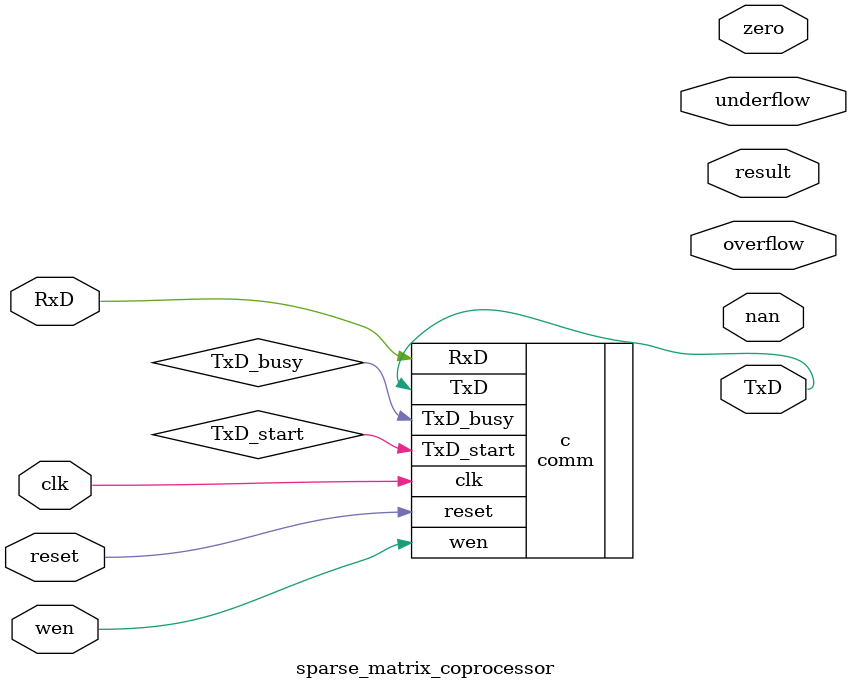
<source format=sv>
module sparse_matrix_coprocessor
(
	input logic clk, reset, wen,
	input logic RxD,
	output logic TxD,
	output logic [15:0] result,
	output logic overflow, underflow, zero, nan
);


	logic TxD_start, TxD_busy;

	comm c
	(
		.clk(clk),
		.reset(reset), 
		.wen(wen),
		.RxD(RxD),
		.TxD_start(TxD_start),
		.TxD(TxD),
		.TxD_busy(TxD_busy)
	);

// IPIC p(  
// 	.clk(clk),
// 	.ready(),
// 	.write(),
// 	.read(),
// 	.reset(),
//		.row()
//		.dataOut1(),
//		.dataOut2(),
//		.dataOut3(),
//		.dataOut4(),
// );


// fpu f(  
//	 .clk(clk),
//	 .clk_en(en),
//	 .dataa(), //data at index from ipic
//	 .datab(),
//	 .result(result),
//	 .overflow(overflow),
//	 .underflow(underflow),
//	 .zero(zero),
//	 .nan(nan)
// );

endmodule 



</source>
